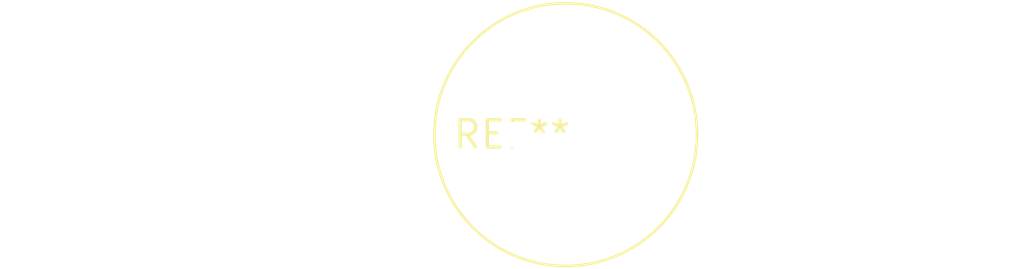
<source format=kicad_pcb>
(kicad_pcb (version 20240108) (generator pcbnew)
  (layers (0 "F.Cu" signal) (31 "B.Cu" signal) (34 "B.Paste" user) (35 "F.Paste" user) (36 "B.SilkS" user "B.Silkscreen") (37 "F.SilkS" user "F.Silkscreen") (38 "B.Mask" user) (39 "F.Mask" user) (44 "Edge.Cuts" user))
  (net 0 "")
  (footprint "L_Radial_D12.0mm_P5.00mm_Neosid_SD12_style2" (layer "F.Cu") (at 0 0)
    (property "Reference" "REF**")
    (property "Value" "L_Radial_D12.0mm_P5.00mm_Neosid_SD12_style2")
    (fp_circle (center 2.5 0) (end 8.62 0) (layer "F.SilkS") (stroke (width 0.12)) (fill none))
    (pad "1" thru_hole circle (at 0 0) (size 2.4 2.4) (drill 1.2) (layers *.Cu *.Mask) (remove_unused_layers))
    (pad "2" thru_hole circle (at 5 0) (size 2.4 2.4) (drill 1.2) (layers *.Cu *.Mask) (remove_unused_layers))
  )
)
</source>
